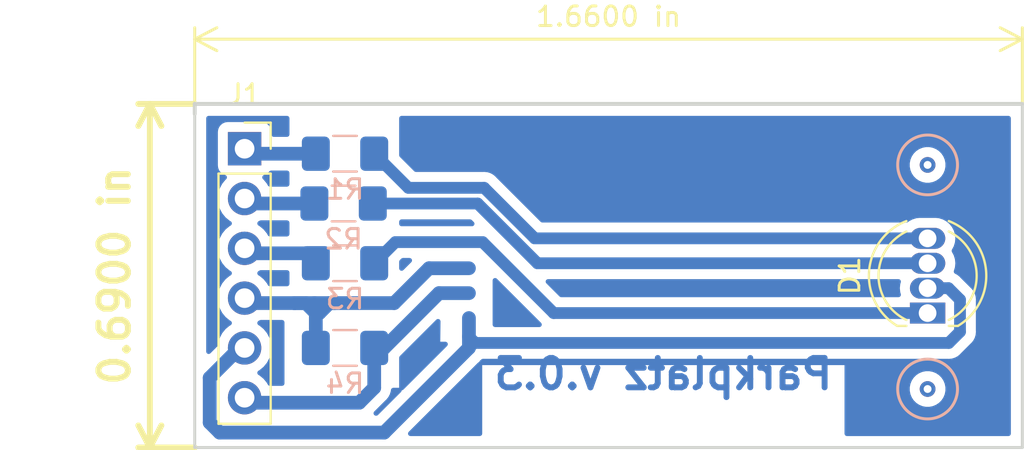
<source format=kicad_pcb>
(kicad_pcb (version 20171130) (host pcbnew "(5.1.4)-1")

  (general
    (thickness 1.6)
    (drawings 10)
    (tracks 54)
    (zones 0)
    (modules 6)
    (nets 10)
  )

  (page A4)
  (layers
    (0 F.Cu signal)
    (31 B.Cu signal)
    (32 B.Adhes user)
    (33 F.Adhes user)
    (34 B.Paste user)
    (35 F.Paste user)
    (36 B.SilkS user)
    (37 F.SilkS user)
    (38 B.Mask user)
    (39 F.Mask user)
    (40 Dwgs.User user)
    (41 Cmts.User user)
    (42 Eco1.User user)
    (43 Eco2.User user)
    (44 Edge.Cuts user)
    (45 Margin user)
    (46 B.CrtYd user)
    (47 F.CrtYd user)
    (48 B.Fab user)
    (49 F.Fab user hide)
  )

  (setup
    (last_trace_width 0.25)
    (trace_clearance 0.2)
    (zone_clearance 0.508)
    (zone_45_only no)
    (trace_min 0.2)
    (via_size 0.8)
    (via_drill 0.4)
    (via_min_size 0.4)
    (via_min_drill 0.3)
    (uvia_size 0.3)
    (uvia_drill 0.1)
    (uvias_allowed no)
    (uvia_min_size 0.2)
    (uvia_min_drill 0.1)
    (edge_width 0.15)
    (segment_width 0.2)
    (pcb_text_width 0.3)
    (pcb_text_size 1.5 1.5)
    (mod_edge_width 0.15)
    (mod_text_size 1 1)
    (mod_text_width 0.15)
    (pad_size 1.524 1.524)
    (pad_drill 0.762)
    (pad_to_mask_clearance 0.2)
    (aux_axis_origin 0 0)
    (visible_elements 7FFFFFFF)
    (pcbplotparams
      (layerselection 0x01000_fffffffe)
      (usegerberextensions false)
      (usegerberattributes false)
      (usegerberadvancedattributes false)
      (creategerberjobfile false)
      (excludeedgelayer true)
      (linewidth 0.100000)
      (plotframeref false)
      (viasonmask false)
      (mode 1)
      (useauxorigin false)
      (hpglpennumber 1)
      (hpglpenspeed 20)
      (hpglpendiameter 15.000000)
      (psnegative false)
      (psa4output false)
      (plotreference true)
      (plotvalue true)
      (plotinvisibletext false)
      (padsonsilk false)
      (subtractmaskfromsilk false)
      (outputformat 1)
      (mirror false)
      (drillshape 0)
      (scaleselection 1)
      (outputdirectory ""))
  )

  (net 0 "")
  (net 1 "Net-(D1-Pad1)")
  (net 2 "Net-(D1-Pad2)")
  (net 3 "Net-(D1-Pad3)")
  (net 4 "Net-(D1-Pad4)")
  (net 5 "Net-(J1-Pad1)")
  (net 6 "Net-(J1-Pad2)")
  (net 7 "Net-(J1-Pad3)")
  (net 8 "Net-(J1-Pad4)")
  (net 9 "Net-(J1-Pad6)")

  (net_class Default "This is the default net class."
    (clearance 0.2)
    (trace_width 0.25)
    (via_dia 0.8)
    (via_drill 0.4)
    (uvia_dia 0.3)
    (uvia_drill 0.1)
    (add_net "Net-(D1-Pad1)")
    (add_net "Net-(D1-Pad2)")
    (add_net "Net-(D1-Pad3)")
    (add_net "Net-(D1-Pad4)")
    (add_net "Net-(J1-Pad1)")
    (add_net "Net-(J1-Pad2)")
    (add_net "Net-(J1-Pad3)")
    (add_net "Net-(J1-Pad4)")
    (add_net "Net-(J1-Pad6)")
  )

  (module LED_THT:LED_D5.0mm-4_RGB (layer F.Cu) (tedit 5B74EEBE) (tstamp 5DEFE316)
    (at 181.61 100.076 90)
    (descr "LED, diameter 5.0mm, 2 pins, diameter 5.0mm, 3 pins, diameter 5.0mm, 4 pins, http://www.kingbright.com/attachments/file/psearch/000/00/00/L-154A4SUREQBFZGEW(Ver.9A).pdf")
    (tags "LED diameter 5.0mm 2 pins diameter 5.0mm 3 pins diameter 5.0mm 4 pins RGB RGBLED")
    (path /5DF03BEE)
    (fp_text reference D1 (at 1.905 -3.96 90) (layer F.SilkS)
      (effects (font (size 1 1) (thickness 0.15)))
    )
    (fp_text value LED_ARGB (at 1.905 3.96 90) (layer F.Fab)
      (effects (font (size 1 1) (thickness 0.15)))
    )
    (fp_arc (start 1.905 0) (end -0.595 -1.469694) (angle 299.1) (layer F.Fab) (width 0.1))
    (fp_arc (start 1.905 0) (end -0.655 -1.54483) (angle 127.7) (layer F.SilkS) (width 0.12))
    (fp_arc (start 1.905 0) (end -0.655 1.54483) (angle -127.7) (layer F.SilkS) (width 0.12))
    (fp_arc (start 1.905 0) (end -0.349684 -1.08) (angle 128.8) (layer F.SilkS) (width 0.12))
    (fp_arc (start 1.905 0) (end -0.349684 1.08) (angle -128.8) (layer F.SilkS) (width 0.12))
    (fp_circle (center 1.905 0) (end 4.405 0) (layer F.Fab) (width 0.1))
    (fp_line (start -0.595 -1.469694) (end -0.595 1.469694) (layer F.Fab) (width 0.1))
    (fp_line (start -0.655 -1.545) (end -0.655 -1.08) (layer F.SilkS) (width 0.12))
    (fp_line (start -0.655 1.08) (end -0.655 1.545) (layer F.SilkS) (width 0.12))
    (fp_line (start -1.35 -3.25) (end -1.35 3.25) (layer F.CrtYd) (width 0.05))
    (fp_line (start -1.35 3.25) (end 5.15 3.25) (layer F.CrtYd) (width 0.05))
    (fp_line (start 5.15 3.25) (end 5.15 -3.25) (layer F.CrtYd) (width 0.05))
    (fp_line (start 5.15 -3.25) (end -1.35 -3.25) (layer F.CrtYd) (width 0.05))
    (fp_text user %R (at 1.905 -3.96 90) (layer F.Fab)
      (effects (font (size 1 1) (thickness 0.15)))
    )
    (pad 1 thru_hole rect (at 0 0 90) (size 1.07 1.8) (drill 0.9) (layers *.Cu *.Mask)
      (net 1 "Net-(D1-Pad1)"))
    (pad 2 thru_hole oval (at 1.27 0 90) (size 1.07 1.8) (drill 0.9) (layers *.Cu *.Mask)
      (net 2 "Net-(D1-Pad2)"))
    (pad 3 thru_hole oval (at 2.54 0 90) (size 1.07 1.8) (drill 0.9) (layers *.Cu *.Mask)
      (net 3 "Net-(D1-Pad3)"))
    (pad 4 thru_hole oval (at 3.81 0 90) (size 1.07 1.8) (drill 0.9) (layers *.Cu *.Mask)
      (net 4 "Net-(D1-Pad4)"))
    (model ${KISYS3DMOD}/LED_THT.3dshapes/LED_D5.0mm-4_RGB.wrl
      (at (xyz 0 0 0))
      (scale (xyz 1 1 1))
      (rotate (xyz 0 0 0))
    )
  )

  (module Resistor_SMD:R_1206_3216Metric_Pad1.42x1.75mm_HandSolder (layer B.Cu) (tedit 5B301BBD) (tstamp 5DD6F086)
    (at 151.9285 91.948)
    (descr "Resistor SMD 1206 (3216 Metric), square (rectangular) end terminal, IPC_7351 nominal with elongated pad for handsoldering. (Body size source: http://www.tortai-tech.com/upload/download/2011102023233369053.pdf), generated with kicad-footprint-generator")
    (tags "resistor handsolder")
    (path /5DCAB52F)
    (attr smd)
    (fp_text reference R1 (at 0 1.82) (layer B.SilkS)
      (effects (font (size 1 1) (thickness 0.15)) (justify mirror))
    )
    (fp_text value 330 (at 0 -1.82) (layer B.Fab)
      (effects (font (size 1 1) (thickness 0.15)) (justify mirror))
    )
    (fp_line (start -1.6 -0.8) (end -1.6 0.8) (layer B.Fab) (width 0.1))
    (fp_line (start -1.6 0.8) (end 1.6 0.8) (layer B.Fab) (width 0.1))
    (fp_line (start 1.6 0.8) (end 1.6 -0.8) (layer B.Fab) (width 0.1))
    (fp_line (start 1.6 -0.8) (end -1.6 -0.8) (layer B.Fab) (width 0.1))
    (fp_line (start -0.602064 0.91) (end 0.602064 0.91) (layer B.SilkS) (width 0.12))
    (fp_line (start -0.602064 -0.91) (end 0.602064 -0.91) (layer B.SilkS) (width 0.12))
    (fp_line (start -2.45 -1.12) (end -2.45 1.12) (layer B.CrtYd) (width 0.05))
    (fp_line (start -2.45 1.12) (end 2.45 1.12) (layer B.CrtYd) (width 0.05))
    (fp_line (start 2.45 1.12) (end 2.45 -1.12) (layer B.CrtYd) (width 0.05))
    (fp_line (start 2.45 -1.12) (end -2.45 -1.12) (layer B.CrtYd) (width 0.05))
    (fp_text user %R (at 0 0) (layer B.Fab)
      (effects (font (size 0.8 0.8) (thickness 0.12)) (justify mirror))
    )
    (pad 1 smd roundrect (at -1.4875 0) (size 1.425 1.75) (layers B.Cu B.Paste B.Mask) (roundrect_rratio 0.175439)
      (net 5 "Net-(J1-Pad1)"))
    (pad 2 smd roundrect (at 1.4875 0) (size 1.425 1.75) (layers B.Cu B.Paste B.Mask) (roundrect_rratio 0.175439)
      (net 4 "Net-(D1-Pad4)"))
    (model ${KISYS3DMOD}/Resistor_SMD.3dshapes/R_1206_3216Metric.wrl
      (at (xyz 0 0 0))
      (scale (xyz 1 1 1))
      (rotate (xyz 0 0 0))
    )
  )

  (module Resistor_SMD:R_1206_3216Metric_Pad1.42x1.75mm_HandSolder (layer B.Cu) (tedit 5B301BBD) (tstamp 5DD6F097)
    (at 151.8555 94.488)
    (descr "Resistor SMD 1206 (3216 Metric), square (rectangular) end terminal, IPC_7351 nominal with elongated pad for handsoldering. (Body size source: http://www.tortai-tech.com/upload/download/2011102023233369053.pdf), generated with kicad-footprint-generator")
    (tags "resistor handsolder")
    (path /5DCAB57E)
    (attr smd)
    (fp_text reference R2 (at 0 1.82) (layer B.SilkS)
      (effects (font (size 1 1) (thickness 0.15)) (justify mirror))
    )
    (fp_text value 330 (at 0 -1.82) (layer B.Fab)
      (effects (font (size 1 1) (thickness 0.15)) (justify mirror))
    )
    (fp_text user %R (at 0 0) (layer B.Fab)
      (effects (font (size 0.8 0.8) (thickness 0.12)) (justify mirror))
    )
    (fp_line (start 2.45 -1.12) (end -2.45 -1.12) (layer B.CrtYd) (width 0.05))
    (fp_line (start 2.45 1.12) (end 2.45 -1.12) (layer B.CrtYd) (width 0.05))
    (fp_line (start -2.45 1.12) (end 2.45 1.12) (layer B.CrtYd) (width 0.05))
    (fp_line (start -2.45 -1.12) (end -2.45 1.12) (layer B.CrtYd) (width 0.05))
    (fp_line (start -0.602064 -0.91) (end 0.602064 -0.91) (layer B.SilkS) (width 0.12))
    (fp_line (start -0.602064 0.91) (end 0.602064 0.91) (layer B.SilkS) (width 0.12))
    (fp_line (start 1.6 -0.8) (end -1.6 -0.8) (layer B.Fab) (width 0.1))
    (fp_line (start 1.6 0.8) (end 1.6 -0.8) (layer B.Fab) (width 0.1))
    (fp_line (start -1.6 0.8) (end 1.6 0.8) (layer B.Fab) (width 0.1))
    (fp_line (start -1.6 -0.8) (end -1.6 0.8) (layer B.Fab) (width 0.1))
    (pad 2 smd roundrect (at 1.4875 0) (size 1.425 1.75) (layers B.Cu B.Paste B.Mask) (roundrect_rratio 0.175439)
      (net 3 "Net-(D1-Pad3)"))
    (pad 1 smd roundrect (at -1.4875 0) (size 1.425 1.75) (layers B.Cu B.Paste B.Mask) (roundrect_rratio 0.175439)
      (net 6 "Net-(J1-Pad2)"))
    (model ${KISYS3DMOD}/Resistor_SMD.3dshapes/R_1206_3216Metric.wrl
      (at (xyz 0 0 0))
      (scale (xyz 1 1 1))
      (rotate (xyz 0 0 0))
    )
  )

  (module Resistor_SMD:R_1206_3216Metric_Pad1.42x1.75mm_HandSolder (layer B.Cu) (tedit 5B301BBD) (tstamp 5DD6F0A8)
    (at 151.9285 97.536)
    (descr "Resistor SMD 1206 (3216 Metric), square (rectangular) end terminal, IPC_7351 nominal with elongated pad for handsoldering. (Body size source: http://www.tortai-tech.com/upload/download/2011102023233369053.pdf), generated with kicad-footprint-generator")
    (tags "resistor handsolder")
    (path /5DCAB5A6)
    (attr smd)
    (fp_text reference R3 (at 0 1.82) (layer B.SilkS)
      (effects (font (size 1 1) (thickness 0.15)) (justify mirror))
    )
    (fp_text value 330 (at 0 -1.82) (layer B.Fab)
      (effects (font (size 1 1) (thickness 0.15)) (justify mirror))
    )
    (fp_line (start -1.6 -0.8) (end -1.6 0.8) (layer B.Fab) (width 0.1))
    (fp_line (start -1.6 0.8) (end 1.6 0.8) (layer B.Fab) (width 0.1))
    (fp_line (start 1.6 0.8) (end 1.6 -0.8) (layer B.Fab) (width 0.1))
    (fp_line (start 1.6 -0.8) (end -1.6 -0.8) (layer B.Fab) (width 0.1))
    (fp_line (start -0.602064 0.91) (end 0.602064 0.91) (layer B.SilkS) (width 0.12))
    (fp_line (start -0.602064 -0.91) (end 0.602064 -0.91) (layer B.SilkS) (width 0.12))
    (fp_line (start -2.45 -1.12) (end -2.45 1.12) (layer B.CrtYd) (width 0.05))
    (fp_line (start -2.45 1.12) (end 2.45 1.12) (layer B.CrtYd) (width 0.05))
    (fp_line (start 2.45 1.12) (end 2.45 -1.12) (layer B.CrtYd) (width 0.05))
    (fp_line (start 2.45 -1.12) (end -2.45 -1.12) (layer B.CrtYd) (width 0.05))
    (fp_text user %R (at 0 0) (layer B.Fab)
      (effects (font (size 0.8 0.8) (thickness 0.12)) (justify mirror))
    )
    (pad 1 smd roundrect (at -1.4875 0) (size 1.425 1.75) (layers B.Cu B.Paste B.Mask) (roundrect_rratio 0.175439)
      (net 7 "Net-(J1-Pad3)"))
    (pad 2 smd roundrect (at 1.4875 0) (size 1.425 1.75) (layers B.Cu B.Paste B.Mask) (roundrect_rratio 0.175439)
      (net 1 "Net-(D1-Pad1)"))
    (model ${KISYS3DMOD}/Resistor_SMD.3dshapes/R_1206_3216Metric.wrl
      (at (xyz 0 0 0))
      (scale (xyz 1 1 1))
      (rotate (xyz 0 0 0))
    )
  )

  (module Resistor_SMD:R_1206_3216Metric_Pad1.42x1.75mm_HandSolder (layer B.Cu) (tedit 5B301BBD) (tstamp 5DD7056A)
    (at 151.9285 101.854)
    (descr "Resistor SMD 1206 (3216 Metric), square (rectangular) end terminal, IPC_7351 nominal with elongated pad for handsoldering. (Body size source: http://www.tortai-tech.com/upload/download/2011102023233369053.pdf), generated with kicad-footprint-generator")
    (tags "resistor handsolder")
    (path /5DCAF82D)
    (attr smd)
    (fp_text reference R4 (at 0 1.82) (layer B.SilkS)
      (effects (font (size 1 1) (thickness 0.15)) (justify mirror))
    )
    (fp_text value 1.5k (at 0 -1.82) (layer B.Fab)
      (effects (font (size 1 1) (thickness 0.15)) (justify mirror))
    )
    (fp_line (start -1.6 -0.8) (end -1.6 0.8) (layer B.Fab) (width 0.1))
    (fp_line (start -1.6 0.8) (end 1.6 0.8) (layer B.Fab) (width 0.1))
    (fp_line (start 1.6 0.8) (end 1.6 -0.8) (layer B.Fab) (width 0.1))
    (fp_line (start 1.6 -0.8) (end -1.6 -0.8) (layer B.Fab) (width 0.1))
    (fp_line (start -0.602064 0.91) (end 0.602064 0.91) (layer B.SilkS) (width 0.12))
    (fp_line (start -0.602064 -0.91) (end 0.602064 -0.91) (layer B.SilkS) (width 0.12))
    (fp_line (start -2.45 -1.12) (end -2.45 1.12) (layer B.CrtYd) (width 0.05))
    (fp_line (start -2.45 1.12) (end 2.45 1.12) (layer B.CrtYd) (width 0.05))
    (fp_line (start 2.45 1.12) (end 2.45 -1.12) (layer B.CrtYd) (width 0.05))
    (fp_line (start 2.45 -1.12) (end -2.45 -1.12) (layer B.CrtYd) (width 0.05))
    (fp_text user %R (at 0 0) (layer B.Fab)
      (effects (font (size 0.8 0.8) (thickness 0.12)) (justify mirror))
    )
    (pad 1 smd roundrect (at -1.4875 0) (size 1.425 1.75) (layers B.Cu B.Paste B.Mask) (roundrect_rratio 0.175439)
      (net 8 "Net-(J1-Pad4)"))
    (pad 2 smd roundrect (at 1.4875 0) (size 1.425 1.75) (layers B.Cu B.Paste B.Mask) (roundrect_rratio 0.175439)
      (net 9 "Net-(J1-Pad6)"))
    (model ${KISYS3DMOD}/Resistor_SMD.3dshapes/R_1206_3216Metric.wrl
      (at (xyz 0 0 0))
      (scale (xyz 1 1 1))
      (rotate (xyz 0 0 0))
    )
  )

  (module Connector_PinSocket_2.54mm:PinSocket_1x06_P2.54mm_Vertical (layer F.Cu) (tedit 5A19A430) (tstamp 5DD7103F)
    (at 146.812 91.694)
    (descr "Through hole straight socket strip, 1x06, 2.54mm pitch, single row (from Kicad 4.0.7), script generated")
    (tags "Through hole socket strip THT 1x06 2.54mm single row")
    (path /5DCA9AD6)
    (fp_text reference J1 (at 0 -2.77) (layer F.SilkS)
      (effects (font (size 1 1) (thickness 0.15)))
    )
    (fp_text value Conn_01x06_Female (at 2.032 6.35 -90) (layer F.Fab)
      (effects (font (size 1 1) (thickness 0.15)))
    )
    (fp_line (start -1.27 -1.27) (end 0.635 -1.27) (layer F.Fab) (width 0.1))
    (fp_line (start 0.635 -1.27) (end 1.27 -0.635) (layer F.Fab) (width 0.1))
    (fp_line (start 1.27 -0.635) (end 1.27 13.97) (layer F.Fab) (width 0.1))
    (fp_line (start 1.27 13.97) (end -1.27 13.97) (layer F.Fab) (width 0.1))
    (fp_line (start -1.27 13.97) (end -1.27 -1.27) (layer F.Fab) (width 0.1))
    (fp_line (start -1.33 1.27) (end 1.33 1.27) (layer F.SilkS) (width 0.12))
    (fp_line (start -1.33 1.27) (end -1.33 14.03) (layer F.SilkS) (width 0.12))
    (fp_line (start -1.33 14.03) (end 1.33 14.03) (layer F.SilkS) (width 0.12))
    (fp_line (start 1.33 1.27) (end 1.33 14.03) (layer F.SilkS) (width 0.12))
    (fp_line (start 1.33 -1.33) (end 1.33 0) (layer F.SilkS) (width 0.12))
    (fp_line (start 0 -1.33) (end 1.33 -1.33) (layer F.SilkS) (width 0.12))
    (fp_line (start -1.8 -1.8) (end 1.75 -1.8) (layer F.CrtYd) (width 0.05))
    (fp_line (start 1.75 -1.8) (end 1.75 14.45) (layer F.CrtYd) (width 0.05))
    (fp_line (start 1.75 14.45) (end -1.8 14.45) (layer F.CrtYd) (width 0.05))
    (fp_line (start -1.8 14.45) (end -1.8 -1.8) (layer F.CrtYd) (width 0.05))
    (fp_text user %R (at 0 6.35 90) (layer F.Fab)
      (effects (font (size 1 1) (thickness 0.15)))
    )
    (pad 1 thru_hole rect (at 0 0) (size 1.7 1.7) (drill 1) (layers *.Cu *.Mask)
      (net 5 "Net-(J1-Pad1)"))
    (pad 2 thru_hole oval (at 0 2.54) (size 1.7 1.7) (drill 1) (layers *.Cu *.Mask)
      (net 6 "Net-(J1-Pad2)"))
    (pad 3 thru_hole oval (at 0 5.08) (size 1.7 1.7) (drill 1) (layers *.Cu *.Mask)
      (net 7 "Net-(J1-Pad3)"))
    (pad 4 thru_hole oval (at 0 7.62) (size 1.7 1.7) (drill 1) (layers *.Cu *.Mask)
      (net 8 "Net-(J1-Pad4)"))
    (pad 5 thru_hole oval (at 0 10.16) (size 1.7 1.7) (drill 1) (layers *.Cu *.Mask)
      (net 2 "Net-(D1-Pad2)"))
    (pad 6 thru_hole oval (at 0 12.7) (size 1.7 1.7) (drill 1) (layers *.Cu *.Mask)
      (net 9 "Net-(J1-Pad6)"))
    (model ${KISYS3DMOD}/Connector_PinSocket_2.54mm.3dshapes/PinSocket_1x06_P2.54mm_Vertical.wrl
      (at (xyz 0 0 0))
      (scale (xyz 1 1 1))
      (rotate (xyz 0 0 0))
    )
  )

  (gr_circle (center 181.61 103.9495) (end 183.134 103.9495) (layer B.SilkS) (width 0.15) (tstamp 5DF8C528))
  (gr_circle (center 181.61 92.5195) (end 183.134 92.5195) (layer B.SilkS) (width 0.15))
  (gr_text "Parkplatz v.0.3\n\n" (at 168.148 104.394) (layer B.Cu)
    (effects (font (size 1.5 1.5) (thickness 0.3)) (justify mirror))
  )
  (dimension 42.164 (width 0.15) (layer F.SilkS)
    (gr_text "42,164 mm" (at 165.354 84.806) (layer F.SilkS)
      (effects (font (size 1 1) (thickness 0.15)))
    )
    (feature1 (pts (xy 186.436 89.408) (xy 186.436 85.519579)))
    (feature2 (pts (xy 144.272 89.408) (xy 144.272 85.519579)))
    (crossbar (pts (xy 144.272 86.106) (xy 186.436 86.106)))
    (arrow1a (pts (xy 186.436 86.106) (xy 185.309496 86.692421)))
    (arrow1b (pts (xy 186.436 86.106) (xy 185.309496 85.519579)))
    (arrow2a (pts (xy 144.272 86.106) (xy 145.398504 86.692421)))
    (arrow2b (pts (xy 144.272 86.106) (xy 145.398504 85.519579)))
  )
  (dimension 17.526 (width 0.3) (layer F.SilkS)
    (gr_text "17.526 mm" (at 139.886 98.171 270) (layer F.SilkS)
      (effects (font (size 1.5 1.5) (thickness 0.3)))
    )
    (feature1 (pts (xy 144.272 106.934) (xy 141.399579 106.934)))
    (feature2 (pts (xy 144.272 89.408) (xy 141.399579 89.408)))
    (crossbar (pts (xy 141.986 89.408) (xy 141.986 106.934)))
    (arrow1a (pts (xy 141.986 106.934) (xy 141.399579 105.807496)))
    (arrow1b (pts (xy 141.986 106.934) (xy 142.572421 105.807496)))
    (arrow2a (pts (xy 141.986 89.408) (xy 141.399579 90.534504)))
    (arrow2b (pts (xy 141.986 89.408) (xy 142.572421 90.534504)))
  )
  (gr_line (start 144.272 89.408) (end 186.436 89.408) (layer Edge.Cuts) (width 0.2))
  (gr_line (start 144.272 89.916) (end 144.272 89.408) (layer Edge.Cuts) (width 0.2))
  (gr_line (start 186.436 106.934) (end 186.436 89.408) (layer Edge.Cuts) (width 0.15))
  (gr_line (start 144.272 106.934) (end 186.436 106.934) (layer Edge.Cuts) (width 0.15))
  (gr_line (start 144.272 89.916) (end 144.272 106.934) (layer Edge.Cuts) (width 0.15))

  (via (at 181.61 92.5195) (size 0.8) (drill 0.4) (layers F.Cu B.Cu) (net 0))
  (via (at 181.61 103.9495) (size 0.8) (drill 0.4) (layers F.Cu B.Cu) (net 0))
  (segment (start 181.61 100.076) (end 162.56 100.076) (width 0.6) (layer B.Cu) (net 1))
  (segment (start 162.56 100.076) (end 158.9405 96.4565) (width 0.6) (layer B.Cu) (net 1))
  (segment (start 154.4955 96.4565) (end 153.416 97.536) (width 0.6) (layer B.Cu) (net 1))
  (segment (start 158.9405 96.4565) (end 154.4955 96.4565) (width 0.6) (layer B.Cu) (net 1))
  (segment (start 146.812 102.108) (end 146.304 102.108) (width 0.7) (layer B.Cu) (net 2))
  (segment (start 146.304 102.108) (end 145.034 103.378) (width 0.7) (layer B.Cu) (net 2))
  (segment (start 145.034 103.378) (end 145.034 105.664) (width 0.7) (layer B.Cu) (net 2))
  (segment (start 145.034 105.664) (end 145.542 106.172) (width 0.7) (layer B.Cu) (net 2))
  (segment (start 145.542 106.172) (end 153.924 106.172) (width 0.7) (layer B.Cu) (net 2))
  (segment (start 153.924 106.172) (end 158.242 101.854) (width 0.7) (layer B.Cu) (net 2))
  (segment (start 158.242 101.854) (end 158.242 101.2825) (width 0.7) (layer B.Cu) (net 2))
  (segment (start 158.242 101.2825) (end 158.242 100.33) (width 0.7) (layer B.Cu) (net 2))
  (segment (start 181.61 98.806) (end 182.675002 98.806) (width 0.6) (layer B.Cu) (net 2))
  (segment (start 182.675002 98.806) (end 183.261 99.391998) (width 0.6) (layer B.Cu) (net 2))
  (segment (start 183.261 99.391998) (end 183.261 101.0285) (width 0.6) (layer B.Cu) (net 2))
  (segment (start 183.261 101.0285) (end 182.6895 101.6) (width 0.6) (layer B.Cu) (net 2))
  (segment (start 158.496 101.6) (end 158.242 101.854) (width 0.6) (layer B.Cu) (net 2))
  (segment (start 182.6895 101.6) (end 158.496 101.6) (width 0.6) (layer B.Cu) (net 2))
  (segment (start 158.496 101.5365) (end 158.242 101.2825) (width 0.6) (layer B.Cu) (net 2))
  (segment (start 158.496 101.6) (end 158.496 101.5365) (width 0.6) (layer B.Cu) (net 2))
  (segment (start 158.6865 94.488) (end 153.343 94.488) (width 0.6) (layer B.Cu) (net 3))
  (segment (start 181.61 97.536) (end 161.7345 97.536) (width 0.6) (layer B.Cu) (net 3))
  (segment (start 161.7345 97.536) (end 158.6865 94.488) (width 0.6) (layer B.Cu) (net 3))
  (segment (start 153.416 91.948) (end 155.15599 93.68799) (width 0.6) (layer B.Cu) (net 4))
  (segment (start 161.595884 96.266) (end 181.61 96.266) (width 0.6) (layer B.Cu) (net 4))
  (segment (start 155.15599 93.68799) (end 159.017874 93.68799) (width 0.6) (layer B.Cu) (net 4))
  (segment (start 159.017874 93.68799) (end 161.595884 96.266) (width 0.6) (layer B.Cu) (net 4))
  (segment (start 149.933 91.948) (end 150.441 91.44) (width 0.7) (layer B.Cu) (net 5))
  (segment (start 146.812 91.948) (end 149.933 91.948) (width 0.7) (layer B.Cu) (net 5))
  (segment (start 146.812 94.488) (end 150.368 94.488) (width 0.7) (layer B.Cu) (net 6))
  (segment (start 149.933 97.028) (end 150.441 97.536) (width 0.7) (layer B.Cu) (net 7))
  (segment (start 146.812 97.028) (end 149.933 97.028) (width 0.7) (layer B.Cu) (net 7))
  (segment (start 146.812 99.568) (end 149.352 99.568) (width 0.7) (layer B.Cu) (net 8))
  (segment (start 156.21 97.79) (end 158.242 97.79) (width 0.7) (layer B.Cu) (net 8))
  (segment (start 154.432 99.568) (end 156.21 97.79) (width 0.7) (layer B.Cu) (net 8))
  (segment (start 150.441 99.641) (end 150.368 99.568) (width 0.7) (layer B.Cu) (net 8))
  (segment (start 149.352 99.568) (end 150.368 99.568) (width 0.7) (layer B.Cu) (net 8))
  (segment (start 149.933 99.568) (end 150.441 100.076) (width 0.7) (layer B.Cu) (net 8))
  (segment (start 149.352 99.568) (end 149.933 99.568) (width 0.7) (layer B.Cu) (net 8))
  (segment (start 150.441 101.854) (end 150.441 100.076) (width 0.7) (layer B.Cu) (net 8))
  (segment (start 150.441 100.076) (end 150.441 99.641) (width 0.7) (layer B.Cu) (net 8))
  (segment (start 151.384 99.568) (end 154.432 99.568) (width 0.7) (layer B.Cu) (net 8))
  (segment (start 150.622 100.076) (end 151.13 99.568) (width 0.7) (layer B.Cu) (net 8))
  (segment (start 150.441 100.076) (end 150.622 100.076) (width 0.7) (layer B.Cu) (net 8))
  (segment (start 150.368 99.568) (end 151.13 99.568) (width 0.7) (layer B.Cu) (net 8))
  (segment (start 151.13 99.568) (end 151.384 99.568) (width 0.7) (layer B.Cu) (net 8))
  (segment (start 152.654 104.648) (end 153.416 103.886) (width 0.7) (layer B.Cu) (net 9))
  (segment (start 153.416 103.886) (end 153.416 101.854) (width 0.7) (layer B.Cu) (net 9))
  (segment (start 146.812 104.648) (end 152.654 104.648) (width 0.7) (layer B.Cu) (net 9))
  (segment (start 153.416 101.854) (end 153.924 101.854) (width 0.7) (layer B.Cu) (net 9) (status 1000000))
  (segment (start 156.718 99.06) (end 158.242 99.06) (width 0.7) (layer B.Cu) (net 9) (status 1000000))
  (segment (start 153.924 101.854) (end 156.718 99.06) (width 0.7) (layer B.Cu) (net 9) (status 1000000))

  (zone (net 0) (net_name "") (layer B.Cu) (tstamp 0) (hatch edge 0.508)
    (connect_pads (clearance 0.508))
    (min_thickness 0.254)
    (keepout (tracks not_allowed) (vias not_allowed) (copperpour not_allowed))
    (fill (arc_segments 32) (thermal_gap 0.508) (thermal_bridge_width 0.508))
    (polygon
      (pts
        (xy 148.844 100.076) (xy 154.686 100.076) (xy 154.686 103.886) (xy 148.844 103.886)
      )
    )
  )
  (zone (net 0) (net_name "") (layer B.Cu) (tstamp 0) (hatch edge 0.508)
    (connect_pads (clearance 0.508))
    (min_thickness 0.254)
    (keepout (tracks not_allowed) (vias not_allowed) (copperpour allowed))
    (fill (arc_segments 32) (thermal_gap 0.508) (thermal_bridge_width 0.508))
    (polygon
      (pts
        (xy 159.512 105.664) (xy 159.512 103.124) (xy 176.784 103.124) (xy 176.784 105.664)
      )
    )
  )
  (zone (net 0) (net_name "") (layer B.Cu) (tstamp 0) (hatch edge 0.508)
    (connect_pads (clearance 0.508))
    (min_thickness 0.254)
    (keepout (tracks allowed) (vias allowed) (copperpour not_allowed))
    (fill (arc_segments 32) (thermal_gap 0.508) (thermal_bridge_width 0.508))
    (polygon
      (pts
        (xy 149.098 89.916) (xy 154.686 89.916) (xy 154.686 98.806) (xy 149.098 98.806)
      )
    )
  )
  (zone (net 0) (net_name "") (layer B.Cu) (tstamp 0) (hatch edge 0.508)
    (connect_pads (clearance 0.508))
    (min_thickness 0.254)
    (keepout (tracks allowed) (vias allowed) (copperpour not_allowed))
    (fill (arc_segments 32) (thermal_gap 0.508) (thermal_bridge_width 0.508))
    (polygon
      (pts
        (xy 156.7815 101.5365) (xy 159.4485 101.5365) (xy 159.4485 96.52) (xy 156.845 96.52)
      )
    )
  )
  (zone (net 0) (net_name "") (layer B.Cu) (tstamp 5DF8C6E7) (hatch edge 0.508)
    (connect_pads (clearance 0.508))
    (min_thickness 0.254)
    (fill yes (arc_segments 32) (thermal_gap 0.508) (thermal_bridge_width 0.508))
    (polygon
      (pts
        (xy 186.436 89.408) (xy 186.436 106.934) (xy 144.272 106.934) (xy 144.272 89.281)
      )
    )
    (filled_polygon
      (pts
        (xy 158.791572 106.224) (xy 155.265 106.224) (xy 158.791572 102.697428)
      )
    )
    (filled_polygon
      (pts
        (xy 185.726 106.224) (xy 177.504429 106.224) (xy 177.504429 103.847561) (xy 180.575 103.847561) (xy 180.575 104.051439)
        (xy 180.614774 104.251398) (xy 180.692795 104.439756) (xy 180.806063 104.609274) (xy 180.950226 104.753437) (xy 181.119744 104.866705)
        (xy 181.308102 104.944726) (xy 181.508061 104.9845) (xy 181.711939 104.9845) (xy 181.911898 104.944726) (xy 182.100256 104.866705)
        (xy 182.269774 104.753437) (xy 182.413937 104.609274) (xy 182.527205 104.439756) (xy 182.605226 104.251398) (xy 182.645 104.051439)
        (xy 182.645 103.847561) (xy 182.605226 103.647602) (xy 182.527205 103.459244) (xy 182.413937 103.289726) (xy 182.269774 103.145563)
        (xy 182.100256 103.032295) (xy 181.911898 102.954274) (xy 181.711939 102.9145) (xy 181.508061 102.9145) (xy 181.308102 102.954274)
        (xy 181.119744 103.032295) (xy 180.950226 103.145563) (xy 180.806063 103.289726) (xy 180.692795 103.459244) (xy 180.614774 103.647602)
        (xy 180.575 103.847561) (xy 177.504429 103.847561) (xy 177.504429 102.604) (xy 158.885 102.604) (xy 158.904284 102.584716)
        (xy 158.94187 102.55387) (xy 158.957356 102.535) (xy 182.643568 102.535) (xy 182.6895 102.539524) (xy 182.735432 102.535)
        (xy 182.872792 102.521471) (xy 183.04904 102.468007) (xy 183.211472 102.381186) (xy 183.353844 102.264344) (xy 183.38313 102.228659)
        (xy 183.889659 101.72213) (xy 183.925344 101.692844) (xy 184.042186 101.550472) (xy 184.129007 101.38804) (xy 184.182471 101.211792)
        (xy 184.19356 101.099209) (xy 184.200524 101.028501) (xy 184.196 100.982569) (xy 184.196 99.437929) (xy 184.200524 99.391997)
        (xy 184.182471 99.208705) (xy 184.146801 99.091117) (xy 184.129007 99.032458) (xy 184.042186 98.870026) (xy 183.925344 98.727654)
        (xy 183.88966 98.698369) (xy 183.368632 98.177341) (xy 183.339346 98.141656) (xy 183.196974 98.024814) (xy 183.06996 97.956924)
        (xy 183.128071 97.76536) (xy 183.150661 97.536) (xy 183.128071 97.30664) (xy 183.061169 97.086094) (xy 182.962234 96.901)
        (xy 183.061169 96.715906) (xy 183.128071 96.49536) (xy 183.150661 96.266) (xy 183.128071 96.03664) (xy 183.061169 95.816094)
        (xy 182.952526 95.612838) (xy 182.806318 95.434682) (xy 182.628162 95.288474) (xy 182.424906 95.179831) (xy 182.20436 95.112929)
        (xy 182.032477 95.096) (xy 181.187523 95.096) (xy 181.01564 95.112929) (xy 180.795094 95.179831) (xy 180.591838 95.288474)
        (xy 180.54002 95.331) (xy 161.983173 95.331) (xy 159.711504 93.059331) (xy 159.682218 93.023646) (xy 159.539846 92.906804)
        (xy 159.377414 92.819983) (xy 159.201166 92.766519) (xy 159.063806 92.75299) (xy 159.017874 92.748466) (xy 158.971942 92.75299)
        (xy 155.54328 92.75299) (xy 155.207851 92.417561) (xy 180.575 92.417561) (xy 180.575 92.621439) (xy 180.614774 92.821398)
        (xy 180.692795 93.009756) (xy 180.806063 93.179274) (xy 180.950226 93.323437) (xy 181.119744 93.436705) (xy 181.308102 93.514726)
        (xy 181.508061 93.5545) (xy 181.711939 93.5545) (xy 181.911898 93.514726) (xy 182.100256 93.436705) (xy 182.269774 93.323437)
        (xy 182.413937 93.179274) (xy 182.527205 93.009756) (xy 182.605226 92.821398) (xy 182.645 92.621439) (xy 182.645 92.417561)
        (xy 182.605226 92.217602) (xy 182.527205 92.029244) (xy 182.413937 91.859726) (xy 182.269774 91.715563) (xy 182.100256 91.602295)
        (xy 181.911898 91.524274) (xy 181.711939 91.4845) (xy 181.508061 91.4845) (xy 181.308102 91.524274) (xy 181.119744 91.602295)
        (xy 180.950226 91.715563) (xy 180.806063 91.859726) (xy 180.692795 92.029244) (xy 180.614774 92.217602) (xy 180.575 92.417561)
        (xy 155.207851 92.417561) (xy 154.813 92.022711) (xy 154.813 90.143) (xy 185.726001 90.143)
      )
    )
    (filled_polygon
      (pts
        (xy 153.516 105.187) (xy 153.508 105.187) (xy 154.078289 104.616712) (xy 154.11587 104.58587) (xy 154.23896 104.435884)
        (xy 154.330424 104.264767) (xy 154.386747 104.079094) (xy 154.393257 104.013) (xy 154.686 104.013) (xy 154.690437 104.012563)
      )
    )
    (filled_polygon
      (pts
        (xy 156.65451 101.534893) (xy 156.65694 101.561276) (xy 156.664167 101.585101) (xy 156.675903 101.607057) (xy 156.691697 101.626303)
        (xy 156.710943 101.642097) (xy 156.732899 101.653833) (xy 156.756724 101.66106) (xy 156.7815 101.6635) (xy 157.0395 101.6635)
        (xy 154.812563 103.890437) (xy 154.813 103.886) (xy 154.813 102.358) (xy 156.667566 100.503434)
      )
    )
    (filled_polygon
      (pts
        (xy 148.717 103.663) (xy 148.105096 103.663) (xy 148.052706 103.564986) (xy 147.867134 103.338866) (xy 147.641014 103.153294)
        (xy 147.586209 103.124) (xy 147.641014 103.094706) (xy 147.867134 102.909134) (xy 148.052706 102.683014) (xy 148.190599 102.425034)
        (xy 148.275513 102.145111) (xy 148.304185 101.854) (xy 148.275513 101.562889) (xy 148.190599 101.282966) (xy 148.052706 101.024986)
        (xy 147.867134 100.798866) (xy 147.641014 100.613294) (xy 147.586209 100.584) (xy 147.641014 100.554706) (xy 147.643093 100.553)
        (xy 148.717 100.553)
      )
    )
    (filled_polygon
      (pts
        (xy 148.971 90.963) (xy 148.300072 90.963) (xy 148.300072 90.844) (xy 148.287812 90.719518) (xy 148.251502 90.59982)
        (xy 148.192537 90.489506) (xy 148.113185 90.392815) (xy 148.016494 90.313463) (xy 147.90618 90.254498) (xy 147.786482 90.218188)
        (xy 147.662 90.205928) (xy 145.962 90.205928) (xy 145.837518 90.218188) (xy 145.71782 90.254498) (xy 145.607506 90.313463)
        (xy 145.510815 90.392815) (xy 145.431463 90.489506) (xy 145.372498 90.59982) (xy 145.336188 90.719518) (xy 145.323928 90.844)
        (xy 145.323928 92.544) (xy 145.336188 92.668482) (xy 145.372498 92.78818) (xy 145.431463 92.898494) (xy 145.510815 92.995185)
        (xy 145.607506 93.074537) (xy 145.71782 93.133502) (xy 145.786687 93.154393) (xy 145.756866 93.178866) (xy 145.571294 93.404986)
        (xy 145.433401 93.662966) (xy 145.348487 93.942889) (xy 145.319815 94.234) (xy 145.348487 94.525111) (xy 145.433401 94.805034)
        (xy 145.571294 95.063014) (xy 145.756866 95.289134) (xy 145.982986 95.474706) (xy 146.037791 95.504) (xy 145.982986 95.533294)
        (xy 145.756866 95.718866) (xy 145.571294 95.944986) (xy 145.433401 96.202966) (xy 145.348487 96.482889) (xy 145.319815 96.774)
        (xy 145.348487 97.065111) (xy 145.433401 97.345034) (xy 145.571294 97.603014) (xy 145.756866 97.829134) (xy 145.982986 98.014706)
        (xy 146.037791 98.044) (xy 145.982986 98.073294) (xy 145.756866 98.258866) (xy 145.571294 98.484986) (xy 145.433401 98.742966)
        (xy 145.348487 99.022889) (xy 145.319815 99.314) (xy 145.348487 99.605111) (xy 145.433401 99.885034) (xy 145.571294 100.143014)
        (xy 145.756866 100.369134) (xy 145.982986 100.554706) (xy 146.037791 100.584) (xy 145.982986 100.613294) (xy 145.756866 100.798866)
        (xy 145.571294 101.024986) (xy 145.433401 101.282966) (xy 145.348487 101.562889) (xy 145.336729 101.682271) (xy 144.982 102.037)
        (xy 144.982 90.143) (xy 148.971 90.143)
      )
    )
    (filled_polygon
      (pts
        (xy 161.82671 100.665) (xy 159.5755 100.665) (xy 159.5755 98.413789)
      )
    )
    (filled_polygon
      (pts
        (xy 180.091929 98.57664) (xy 180.069339 98.806) (xy 180.091929 99.03536) (xy 180.123975 99.141) (xy 162.94729 99.141)
        (xy 162.27729 98.471) (xy 180.123975 98.471)
      )
    )
    (filled_polygon
      (pts
        (xy 148.971 98.583) (xy 148.105096 98.583) (xy 148.052706 98.484986) (xy 147.867134 98.258866) (xy 147.641014 98.073294)
        (xy 147.586209 98.044) (xy 147.641014 98.014706) (xy 147.643093 98.013) (xy 148.971 98.013)
      )
    )
    (filled_polygon
      (pts
        (xy 154.813 97.793999) (xy 154.813 97.461289) (xy 154.882789 97.3915) (xy 155.215499 97.3915)
      )
    )
    (filled_polygon
      (pts
        (xy 148.971 96.043) (xy 148.105096 96.043) (xy 148.052706 95.944986) (xy 147.867134 95.718866) (xy 147.641014 95.533294)
        (xy 147.586209 95.504) (xy 147.641014 95.474706) (xy 147.643093 95.473) (xy 148.971 95.473)
      )
    )
    (filled_polygon
      (pts
        (xy 158.397711 95.5215) (xy 154.813 95.5215) (xy 154.813 95.423) (xy 158.299211 95.423)
      )
    )
    (filled_polygon
      (pts
        (xy 148.971 93.503) (xy 148.105096 93.503) (xy 148.052706 93.404986) (xy 147.867134 93.178866) (xy 147.837313 93.154393)
        (xy 147.90618 93.133502) (xy 148.016494 93.074537) (xy 148.113185 92.995185) (xy 148.164219 92.933) (xy 148.971 92.933)
      )
    )
  )
)

</source>
